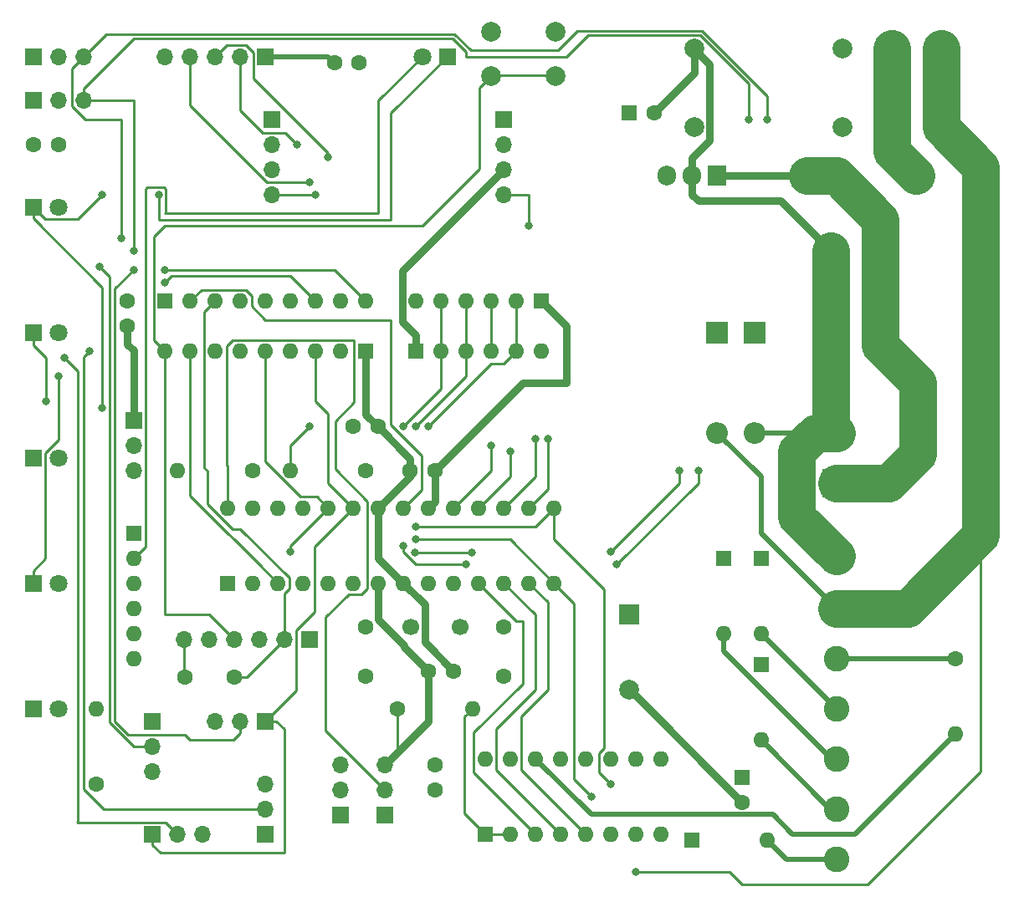
<source format=gbr>
G04 #@! TF.GenerationSoftware,KiCad,Pcbnew,(5.1.9)-1*
G04 #@! TF.CreationDate,2021-04-09T18:55:09-07:00*
G04 #@! TF.ProjectId,DSAMKVID,4453414d-4b56-4494-942e-6b696361645f,rev?*
G04 #@! TF.SameCoordinates,Original*
G04 #@! TF.FileFunction,Copper,L2,Bot*
G04 #@! TF.FilePolarity,Positive*
%FSLAX46Y46*%
G04 Gerber Fmt 4.6, Leading zero omitted, Abs format (unit mm)*
G04 Created by KiCad (PCBNEW (5.1.9)-1) date 2021-04-09 18:55:09*
%MOMM*%
%LPD*%
G01*
G04 APERTURE LIST*
G04 #@! TA.AperFunction,ComponentPad*
%ADD10C,2.600000*%
G04 #@! TD*
G04 #@! TA.AperFunction,ComponentPad*
%ADD11R,2.600000X2.600000*%
G04 #@! TD*
G04 #@! TA.AperFunction,ComponentPad*
%ADD12O,1.600000X1.600000*%
G04 #@! TD*
G04 #@! TA.AperFunction,ComponentPad*
%ADD13R,1.600000X1.600000*%
G04 #@! TD*
G04 #@! TA.AperFunction,ComponentPad*
%ADD14C,1.600000*%
G04 #@! TD*
G04 #@! TA.AperFunction,ComponentPad*
%ADD15C,3.000000*%
G04 #@! TD*
G04 #@! TA.AperFunction,ComponentPad*
%ADD16R,3.000000X3.000000*%
G04 #@! TD*
G04 #@! TA.AperFunction,ComponentPad*
%ADD17C,1.800000*%
G04 #@! TD*
G04 #@! TA.AperFunction,ComponentPad*
%ADD18R,1.800000X1.800000*%
G04 #@! TD*
G04 #@! TA.AperFunction,ComponentPad*
%ADD19R,1.700000X1.700000*%
G04 #@! TD*
G04 #@! TA.AperFunction,ComponentPad*
%ADD20O,1.700000X1.700000*%
G04 #@! TD*
G04 #@! TA.AperFunction,ComponentPad*
%ADD21C,2.000000*%
G04 #@! TD*
G04 #@! TA.AperFunction,ComponentPad*
%ADD22R,2.000000X2.000000*%
G04 #@! TD*
G04 #@! TA.AperFunction,ComponentPad*
%ADD23C,1.700000*%
G04 #@! TD*
G04 #@! TA.AperFunction,ComponentPad*
%ADD24R,2.200000X2.200000*%
G04 #@! TD*
G04 #@! TA.AperFunction,ComponentPad*
%ADD25O,2.200000X2.200000*%
G04 #@! TD*
G04 #@! TA.AperFunction,ComponentPad*
%ADD26R,1.905000X2.000000*%
G04 #@! TD*
G04 #@! TA.AperFunction,ComponentPad*
%ADD27O,1.905000X2.000000*%
G04 #@! TD*
G04 #@! TA.AperFunction,ViaPad*
%ADD28C,0.800000*%
G04 #@! TD*
G04 #@! TA.AperFunction,Conductor*
%ADD29C,0.762000*%
G04 #@! TD*
G04 #@! TA.AperFunction,Conductor*
%ADD30C,3.810000*%
G04 #@! TD*
G04 #@! TA.AperFunction,Conductor*
%ADD31C,0.508000*%
G04 #@! TD*
G04 #@! TA.AperFunction,Conductor*
%ADD32C,0.254000*%
G04 #@! TD*
G04 #@! TA.AperFunction,Conductor*
%ADD33C,0.250000*%
G04 #@! TD*
G04 APERTURE END LIST*
D10*
X181610000Y-137795000D03*
X181610000Y-132715000D03*
X181610000Y-127635000D03*
X181610000Y-122555000D03*
X181610000Y-117475000D03*
X181610000Y-112395000D03*
D11*
X181610000Y-107315000D03*
D12*
X139065000Y-81280000D03*
X141605000Y-81280000D03*
X144145000Y-81280000D03*
X146685000Y-81280000D03*
X149225000Y-81280000D03*
D13*
X151765000Y-81280000D03*
D12*
X151765000Y-86360000D03*
X149225000Y-86360000D03*
X146685000Y-86360000D03*
X144145000Y-86360000D03*
X141605000Y-86360000D03*
D13*
X139065000Y-86360000D03*
D14*
X115650000Y-119380000D03*
X120650000Y-119380000D03*
X109855000Y-83780000D03*
X109855000Y-81280000D03*
X135215000Y-93980000D03*
X132715000Y-93980000D03*
X100370000Y-65405000D03*
X102870000Y-65405000D03*
X133310000Y-57150000D03*
X130810000Y-57150000D03*
X142835000Y-118745000D03*
X140335000Y-118745000D03*
X140970000Y-130770000D03*
X140970000Y-128270000D03*
X138470000Y-98425000D03*
X140970000Y-98425000D03*
D15*
X181610000Y-94615000D03*
D16*
X181610000Y-99695000D03*
D13*
X120015000Y-109855000D03*
D12*
X153035000Y-102235000D03*
X122555000Y-109855000D03*
X150495000Y-102235000D03*
X125095000Y-109855000D03*
X147955000Y-102235000D03*
X127635000Y-109855000D03*
X145415000Y-102235000D03*
X130175000Y-109855000D03*
X142875000Y-102235000D03*
X132715000Y-109855000D03*
X140335000Y-102235000D03*
X135255000Y-109855000D03*
X137795000Y-102235000D03*
X137795000Y-109855000D03*
X135255000Y-102235000D03*
X140335000Y-109855000D03*
X132715000Y-102235000D03*
X142875000Y-109855000D03*
X130175000Y-102235000D03*
X145415000Y-109855000D03*
X127635000Y-102235000D03*
X147955000Y-109855000D03*
X125095000Y-102235000D03*
X150495000Y-109855000D03*
X122555000Y-102235000D03*
X153035000Y-109855000D03*
X120015000Y-102235000D03*
D17*
X102870000Y-84455000D03*
D18*
X100330000Y-84455000D03*
D19*
X110490000Y-93345000D03*
D20*
X110490000Y-95885000D03*
X110490000Y-98425000D03*
D12*
X144780000Y-122555000D03*
D14*
X137160000Y-122555000D03*
D20*
X147955000Y-70485000D03*
X147955000Y-67945000D03*
X147955000Y-65405000D03*
D19*
X147955000Y-62865000D03*
D20*
X124460000Y-70485000D03*
X124460000Y-67945000D03*
X124460000Y-65405000D03*
D19*
X124460000Y-62865000D03*
D13*
X110490000Y-104775000D03*
D12*
X110490000Y-107315000D03*
X110490000Y-109855000D03*
X110490000Y-112395000D03*
X110490000Y-114935000D03*
X110490000Y-117475000D03*
X193675000Y-125095000D03*
D14*
X193675000Y-117475000D03*
D12*
X113665000Y-86360000D03*
X116205000Y-86360000D03*
X118745000Y-86360000D03*
X121285000Y-86360000D03*
X123825000Y-86360000D03*
X126365000Y-86360000D03*
X128905000Y-86360000D03*
X131445000Y-86360000D03*
D13*
X133985000Y-86360000D03*
D21*
X160655000Y-120630000D03*
D22*
X160655000Y-113030000D03*
D12*
X126365000Y-98425000D03*
D14*
X133985000Y-98425000D03*
D12*
X133985000Y-81280000D03*
X131445000Y-81280000D03*
X128905000Y-81280000D03*
X126365000Y-81280000D03*
X123825000Y-81280000D03*
X121285000Y-81280000D03*
X118745000Y-81280000D03*
X116205000Y-81280000D03*
D13*
X113665000Y-81280000D03*
D12*
X170180000Y-114935000D03*
D13*
X170180000Y-107315000D03*
D12*
X173990000Y-114935000D03*
D13*
X173990000Y-107315000D03*
D20*
X123825000Y-130175000D03*
X123825000Y-132715000D03*
D19*
X123825000Y-135255000D03*
D20*
X117475000Y-135255000D03*
X114935000Y-135255000D03*
D19*
X112395000Y-135255000D03*
D20*
X112395000Y-128905000D03*
X112395000Y-126365000D03*
D19*
X112395000Y-123825000D03*
D20*
X118745000Y-123825000D03*
X121285000Y-123825000D03*
D19*
X123825000Y-123825000D03*
D20*
X135890000Y-128270000D03*
X135890000Y-130810000D03*
D19*
X135890000Y-133350000D03*
D20*
X131445000Y-128270000D03*
X131445000Y-130810000D03*
D19*
X131445000Y-133350000D03*
D20*
X105410000Y-60960000D03*
X102870000Y-60960000D03*
D19*
X100330000Y-60960000D03*
D20*
X105410000Y-56515000D03*
X102870000Y-56515000D03*
D19*
X100330000Y-56515000D03*
D23*
X143510000Y-114300000D03*
X138510000Y-114300000D03*
D13*
X146050000Y-135255000D03*
D12*
X163830000Y-127635000D03*
X148590000Y-135255000D03*
X161290000Y-127635000D03*
X151130000Y-135255000D03*
X158750000Y-127635000D03*
X153670000Y-135255000D03*
X156210000Y-127635000D03*
X156210000Y-135255000D03*
X153670000Y-127635000D03*
X158750000Y-135255000D03*
X151130000Y-127635000D03*
X161290000Y-135255000D03*
X148590000Y-127635000D03*
X163830000Y-135255000D03*
X146050000Y-127635000D03*
D13*
X172085000Y-129540000D03*
D14*
X172085000Y-132040000D03*
D21*
X153185000Y-53975000D03*
X153185000Y-58475000D03*
X146685000Y-53975000D03*
X146685000Y-58475000D03*
D14*
X147955000Y-119300000D03*
X147955000Y-114300000D03*
X133985000Y-114300000D03*
X133985000Y-119300000D03*
D22*
X186055000Y-76200000D03*
D21*
X181055000Y-76200000D03*
D14*
X163155000Y-62230000D03*
D13*
X160655000Y-62230000D03*
D18*
X100330000Y-71755000D03*
D17*
X102870000Y-71755000D03*
X102870000Y-97155000D03*
D18*
X100330000Y-97155000D03*
X100330000Y-109855000D03*
D17*
X102870000Y-109855000D03*
D18*
X100330000Y-122555000D03*
D17*
X102870000Y-122555000D03*
D24*
X169545000Y-84455000D03*
D25*
X169545000Y-94615000D03*
X173355000Y-94615000D03*
D24*
X173355000Y-84455000D03*
D12*
X174625000Y-135890000D03*
D13*
X167005000Y-135890000D03*
X173990000Y-118110000D03*
D12*
X173990000Y-125730000D03*
D19*
X123825000Y-56515000D03*
D20*
X121285000Y-56515000D03*
X118745000Y-56515000D03*
X116205000Y-56515000D03*
X113665000Y-56515000D03*
D21*
X167205000Y-55690000D03*
X167205000Y-63690000D03*
X182205000Y-55690000D03*
X182205000Y-63690000D03*
X187205000Y-55690000D03*
X187205000Y-63690000D03*
X192205000Y-55690000D03*
X192205000Y-63690000D03*
D14*
X122555000Y-98425000D03*
D12*
X114935000Y-98425000D03*
X106680000Y-122555000D03*
D14*
X106680000Y-130175000D03*
D26*
X169545000Y-68580000D03*
D27*
X167005000Y-68580000D03*
X164465000Y-68580000D03*
D19*
X128270000Y-115570000D03*
D20*
X125730000Y-115570000D03*
X123190000Y-115570000D03*
X120650000Y-115570000D03*
X118110000Y-115570000D03*
X115570000Y-115570000D03*
D18*
X142240000Y-56515000D03*
D17*
X139700000Y-56515000D03*
D21*
X189650000Y-68580000D03*
X178650000Y-68580000D03*
D28*
X128270000Y-93980000D03*
X101600000Y-91440000D03*
X148590000Y-96520000D03*
X151130000Y-95250000D03*
X102870000Y-88900000D03*
X102870000Y-88900000D03*
X152400000Y-95250000D03*
X161290000Y-139065000D03*
X127000000Y-65405000D03*
X126365000Y-106680000D03*
X174625000Y-62865000D03*
X167640000Y-98425000D03*
X109220000Y-74930000D03*
X137795000Y-106045000D03*
X144145000Y-107950000D03*
X159385000Y-107950000D03*
X172720000Y-62865000D03*
X165735000Y-98425000D03*
X110490000Y-76200000D03*
X138972999Y-106772001D03*
X144687999Y-106772001D03*
X158750000Y-106680000D03*
X139065000Y-104140000D03*
X158750000Y-130175000D03*
X139065000Y-105410000D03*
X156845000Y-131445000D03*
X107315000Y-92075000D03*
X146685000Y-95885000D03*
X107315000Y-70485000D03*
X113030000Y-70485000D03*
X130175000Y-66675000D03*
X139065000Y-93980000D03*
X128905000Y-70485000D03*
X150495000Y-73660000D03*
X140335000Y-93980000D03*
X103505000Y-86995000D03*
X128270000Y-69215000D03*
X113665000Y-78105000D03*
X110490000Y-78105000D03*
X137795000Y-93980000D03*
X112395000Y-126365000D03*
X106997500Y-77787500D03*
X113665000Y-79375000D03*
X106045000Y-86360000D03*
D29*
X167005000Y-68121698D02*
X167005000Y-68580000D01*
X168204999Y-56689999D02*
X167205000Y-55690000D01*
X168786001Y-65036999D02*
X168786001Y-57271001D01*
X167005000Y-66818000D02*
X168786001Y-65036999D01*
X168786001Y-57271001D02*
X168204999Y-56689999D01*
X167005000Y-68580000D02*
X167005000Y-66818000D01*
X167205000Y-58180000D02*
X163155000Y-62230000D01*
X167205000Y-55690000D02*
X167205000Y-58180000D01*
D30*
X177599990Y-103074990D02*
X181610000Y-107085000D01*
X179488680Y-94615000D02*
X177599990Y-96503690D01*
X177599990Y-96503690D02*
X177599990Y-103074990D01*
X181610000Y-94615000D02*
X179488680Y-94615000D01*
D31*
X181610000Y-94615000D02*
X173355000Y-94615000D01*
D29*
X172065000Y-132040000D02*
X172085000Y-132040000D01*
X135255000Y-107315000D02*
X137795000Y-109855000D01*
X135255000Y-102235000D02*
X135255000Y-107315000D01*
X139941001Y-115811001D02*
X142875000Y-118745000D01*
X139941001Y-112001001D02*
X139941001Y-115811001D01*
X137795000Y-109855000D02*
X139941001Y-112001001D01*
X138510000Y-98980000D02*
X135255000Y-102235000D01*
X138510000Y-98425000D02*
X138510000Y-98980000D01*
X133985000Y-86360000D02*
X133985000Y-91995000D01*
X139065000Y-76835000D02*
X147955000Y-67945000D01*
X110490000Y-86280000D02*
X110490000Y-93345000D01*
D30*
X181055000Y-94060000D02*
X181610000Y-94615000D01*
X181055000Y-76200000D02*
X181055000Y-94060000D01*
D29*
X181055000Y-76200000D02*
X175975000Y-71120000D01*
X175975000Y-71120000D02*
X167640000Y-71120000D01*
X167640000Y-71120000D02*
X167005000Y-70485000D01*
X167005000Y-70485000D02*
X167005000Y-68580000D01*
X133985000Y-92750000D02*
X133985000Y-91995000D01*
X135215000Y-93980000D02*
X133985000Y-92750000D01*
X138470000Y-97235000D02*
X135215000Y-93980000D01*
X138470000Y-98425000D02*
X138470000Y-97235000D01*
X109855000Y-85645000D02*
X110490000Y-86280000D01*
X109855000Y-83780000D02*
X109855000Y-85645000D01*
X137683999Y-78216001D02*
X139065000Y-76835000D01*
X137683999Y-83342722D02*
X137683999Y-78216001D01*
X139065000Y-84723723D02*
X137683999Y-83342722D01*
X139065000Y-86360000D02*
X139065000Y-84723723D01*
X160675000Y-120630000D02*
X160655000Y-120630000D01*
X172085000Y-132040000D02*
X160675000Y-120630000D01*
D30*
X178650000Y-68580000D02*
X181610000Y-68580000D01*
X186055000Y-73025000D02*
X186055000Y-76200000D01*
X181610000Y-68580000D02*
X186055000Y-73025000D01*
X186055000Y-76200000D02*
X186055000Y-85725000D01*
X186055000Y-85725000D02*
X189865000Y-89535000D01*
X186920000Y-99695000D02*
X181610000Y-99695000D01*
X189865000Y-96750000D02*
X186920000Y-99695000D01*
X189865000Y-89535000D02*
X189865000Y-96750000D01*
D29*
X178650000Y-68580000D02*
X169545000Y-68580000D01*
X135255000Y-113526118D02*
X137875000Y-116146118D01*
X135255000Y-109855000D02*
X135255000Y-113526118D01*
X139096001Y-125063999D02*
X135890000Y-128270000D01*
D32*
X137160000Y-127000000D02*
X135890000Y-128270000D01*
X137160000Y-122555000D02*
X137160000Y-127000000D01*
D29*
X140970000Y-98425000D02*
X140970000Y-101600000D01*
X140970000Y-101600000D02*
X140335000Y-102235000D01*
X137875000Y-116285000D02*
X140335000Y-118745000D01*
X137875000Y-116146118D02*
X137875000Y-116285000D01*
X140335000Y-123825000D02*
X139096001Y-125063999D01*
X140335000Y-118745000D02*
X140335000Y-123825000D01*
D31*
X130175000Y-56515000D02*
X130810000Y-57150000D01*
X123825000Y-56515000D02*
X130175000Y-56515000D01*
D29*
X154305000Y-83820000D02*
X151765000Y-81280000D01*
X154305000Y-89535000D02*
X154305000Y-83820000D01*
X149860000Y-89535000D02*
X154305000Y-89535000D01*
X140970000Y-98425000D02*
X149860000Y-89535000D01*
D32*
X126365000Y-98425000D02*
X126365000Y-95885000D01*
X126365000Y-95885000D02*
X128270000Y-93980000D01*
X128270000Y-93980000D02*
X128270000Y-93980000D01*
D33*
X101600000Y-91440000D02*
X101600000Y-86995000D01*
X101600000Y-86995000D02*
X100330000Y-85725000D01*
X100330000Y-85725000D02*
X100330000Y-84455000D01*
D32*
X148590000Y-99060000D02*
X145415000Y-102235000D01*
X148590000Y-96520000D02*
X148590000Y-99060000D01*
X151130000Y-99060000D02*
X147955000Y-102235000D01*
X151130000Y-95250000D02*
X151130000Y-99060000D01*
X101557001Y-96652037D02*
X101557001Y-107357999D01*
X102870000Y-95339038D02*
X101557001Y-96652037D01*
X101557001Y-107357999D02*
X100330000Y-108585000D01*
X100330000Y-108585000D02*
X100330000Y-109855000D01*
X102870000Y-95339038D02*
X102870000Y-92075000D01*
X102870000Y-92075000D02*
X102870000Y-88900000D01*
X102870000Y-88900000D02*
X102870000Y-88900000D01*
X102870000Y-88900000D02*
X102870000Y-88900000D01*
X150495000Y-102235000D02*
X152400000Y-100330000D01*
X152400000Y-100330000D02*
X152400000Y-95250000D01*
X152400000Y-95250000D02*
X152400000Y-95250000D01*
D30*
X192205000Y-55690000D02*
X192205000Y-63690000D01*
X185420000Y-112395000D02*
X181610000Y-112395000D01*
X188811320Y-112395000D02*
X185420000Y-112395000D01*
D31*
X181610000Y-112395000D02*
X173990000Y-104775000D01*
X173990000Y-99060000D02*
X169545000Y-94615000D01*
X173990000Y-104775000D02*
X173990000Y-99060000D01*
D32*
X161290000Y-139065000D02*
X161290000Y-139065000D01*
D30*
X192205000Y-63690000D02*
X196215000Y-67700000D01*
X196215000Y-104991320D02*
X188811320Y-112395000D01*
X196215000Y-67700000D02*
X196215000Y-104991320D01*
D32*
X170815000Y-139065000D02*
X161290000Y-139065000D01*
X172085000Y-140335000D02*
X170815000Y-139065000D01*
X196215000Y-128905000D02*
X184785000Y-140335000D01*
X184785000Y-140335000D02*
X172085000Y-140335000D01*
X196215000Y-104991320D02*
X196215000Y-128905000D01*
D31*
X176530000Y-137795000D02*
X174625000Y-135890000D01*
X181610000Y-137795000D02*
X176530000Y-137795000D01*
X180975000Y-132715000D02*
X181610000Y-132715000D01*
X173990000Y-125730000D02*
X180975000Y-132715000D01*
D30*
X187205000Y-55690000D02*
X187205000Y-63690000D01*
X187205000Y-66135000D02*
X189650000Y-68580000D01*
X187205000Y-63690000D02*
X187205000Y-66135000D01*
D32*
X123534397Y-64227999D02*
X125822999Y-64227999D01*
X121285000Y-61978602D02*
X123534397Y-64227999D01*
X121285000Y-56515000D02*
X121285000Y-61978602D01*
X125822999Y-64227999D02*
X127000000Y-65405000D01*
X127000000Y-65405000D02*
X127000000Y-65405000D01*
X129047999Y-101107999D02*
X130175000Y-102235000D01*
X127380037Y-101107999D02*
X129047999Y-101107999D01*
X123825000Y-97552962D02*
X127380037Y-101107999D01*
X123825000Y-86360000D02*
X123825000Y-97552962D01*
X130175000Y-102235000D02*
X126365000Y-106045000D01*
X126365000Y-106045000D02*
X126365000Y-106680000D01*
X126365000Y-106680000D02*
X126365000Y-106680000D01*
D31*
X181610000Y-117475000D02*
X193675000Y-117475000D01*
D33*
X153035000Y-58420000D02*
X146535000Y-58420000D01*
D32*
X146685000Y-58475000D02*
X146630000Y-58475000D01*
X145470000Y-59690000D02*
X146685000Y-58475000D01*
X139700000Y-73660000D02*
X145470000Y-67890000D01*
X145470000Y-67890000D02*
X145470000Y-59690000D01*
X113665000Y-73660000D02*
X139700000Y-73660000D01*
X112537999Y-74787001D02*
X113665000Y-73660000D01*
X112537999Y-85232999D02*
X112537999Y-74787001D01*
X113665000Y-86360000D02*
X112537999Y-85232999D01*
X113665000Y-86360000D02*
X113665000Y-113030000D01*
X118110000Y-113030000D02*
X120650000Y-115570000D01*
X113665000Y-113030000D02*
X118110000Y-113030000D01*
D31*
X156789001Y-133294001D02*
X151130000Y-127635000D01*
X175204001Y-133294001D02*
X156789001Y-133294001D01*
X177165000Y-135255000D02*
X175204001Y-133294001D01*
X183515000Y-135255000D02*
X177165000Y-135255000D01*
X193675000Y-125095000D02*
X183515000Y-135255000D01*
D32*
X149717001Y-128762001D02*
X149717001Y-123332999D01*
X156210000Y-135255000D02*
X149717001Y-128762001D01*
X149717001Y-123332999D02*
X152400000Y-120650000D01*
X152400000Y-111760000D02*
X150495000Y-109855000D01*
X152400000Y-120650000D02*
X152400000Y-111760000D01*
X147177001Y-128762001D02*
X147177001Y-124602999D01*
X153670000Y-135255000D02*
X147177001Y-128762001D01*
X147177001Y-124602999D02*
X151130000Y-120650000D01*
X151130000Y-113030000D02*
X147955000Y-109855000D01*
X151130000Y-120650000D02*
X151130000Y-113030000D01*
X149225000Y-113665000D02*
X145415000Y-109855000D01*
X149860000Y-113665000D02*
X149225000Y-113665000D01*
X144922999Y-124952001D02*
X149860000Y-120015000D01*
X149860000Y-120015000D02*
X149860000Y-113665000D01*
X144922999Y-129047999D02*
X144922999Y-124952001D01*
X151130000Y-135255000D02*
X144922999Y-129047999D01*
X116205000Y-86360000D02*
X116205000Y-100965000D01*
X116205000Y-100965000D02*
X117475000Y-102235000D01*
X123190000Y-107950000D02*
X125095000Y-109855000D01*
X123190000Y-107950000D02*
X120650000Y-105410000D01*
X120650000Y-105410000D02*
X120015000Y-104775000D01*
X120015000Y-104775000D02*
X117475000Y-102235000D01*
D33*
X106259999Y-55665001D02*
X105410000Y-56515000D01*
X107697091Y-54227909D02*
X106259999Y-55665001D01*
X142974321Y-54227909D02*
X107697091Y-54227909D01*
X153437793Y-55848597D02*
X144595009Y-55848597D01*
X144595009Y-55848597D02*
X142974321Y-54227909D01*
X168027401Y-53914989D02*
X155371401Y-53914989D01*
X174625000Y-60512588D02*
X168027401Y-53914989D01*
X174625000Y-62865000D02*
X174625000Y-60512588D01*
X155371401Y-53914989D02*
X153437793Y-55848597D01*
D32*
X104232999Y-61524961D02*
X105573038Y-62865000D01*
X104232999Y-57692001D02*
X104232999Y-61524961D01*
X105410000Y-56515000D02*
X104232999Y-57692001D01*
X105573038Y-62865000D02*
X109220000Y-62865000D01*
X109220000Y-62865000D02*
X109220000Y-74930000D01*
X109220000Y-74930000D02*
X109220000Y-74930000D01*
X137795000Y-106669964D02*
X139075036Y-107950000D01*
X137795000Y-106045000D02*
X137795000Y-106669964D01*
X139075036Y-107950000D02*
X144145000Y-107950000D01*
X167640000Y-98425000D02*
X167640000Y-99695000D01*
X167640000Y-99695000D02*
X159385000Y-107950000D01*
X144145000Y-107950000D02*
X144145000Y-107950000D01*
X159385000Y-107950000D02*
X159385000Y-107950000D01*
D33*
X105410000Y-59757919D02*
X110490000Y-54677919D01*
X105410000Y-60960000D02*
X105410000Y-59757919D01*
X167841001Y-54364999D02*
X162805001Y-54364999D01*
X172720000Y-62865000D02*
X172720000Y-59243998D01*
X172720000Y-59243998D02*
X167841001Y-54364999D01*
X153035000Y-56515000D02*
X144145000Y-56515000D01*
X142787921Y-54677919D02*
X110490000Y-54677919D01*
X144145000Y-56034998D02*
X142787921Y-54677919D01*
X144145000Y-56515000D02*
X144145000Y-56034998D01*
D32*
X153035000Y-56515000D02*
X154305000Y-56515000D01*
X156453001Y-54366999D02*
X162805001Y-54366999D01*
X154305000Y-56515000D02*
X156453001Y-54366999D01*
X105410000Y-60960000D02*
X110490000Y-60960000D01*
X110490000Y-60960000D02*
X110490000Y-76200000D01*
X110490000Y-76200000D02*
X110490000Y-76200000D01*
X138972999Y-106772001D02*
X144687999Y-106772001D01*
X165735000Y-98425000D02*
X165735000Y-99695000D01*
X165735000Y-99695000D02*
X158750000Y-106680000D01*
X144687999Y-106772001D02*
X144687999Y-106772001D01*
X158750000Y-106680000D02*
X158750000Y-106680000D01*
X153053007Y-102253007D02*
X153035000Y-102235000D01*
X151130000Y-104140000D02*
X153035000Y-102235000D01*
X139065000Y-104140000D02*
X151130000Y-104140000D01*
X153035000Y-102235000D02*
X153035000Y-105410000D01*
X153035000Y-105410000D02*
X158115000Y-110490000D01*
X157622999Y-127094039D02*
X157622999Y-129047999D01*
X158115000Y-126602038D02*
X157622999Y-127094039D01*
X158115000Y-110490000D02*
X158115000Y-126602038D01*
X157622999Y-129047999D02*
X158750000Y-130175000D01*
X158750000Y-130175000D02*
X158750000Y-130175000D01*
X148590000Y-105410000D02*
X153035000Y-109855000D01*
X139065000Y-105410000D02*
X148590000Y-105410000D01*
X155082999Y-129682999D02*
X155082999Y-111902999D01*
X155082999Y-111902999D02*
X153035000Y-109855000D01*
X156845000Y-131445000D02*
X156845000Y-131445000D01*
X156845000Y-131445000D02*
X155082999Y-129682999D01*
X135255000Y-60960000D02*
X139700000Y-56515000D01*
X113665000Y-72390000D02*
X135255000Y-72390000D01*
X111852001Y-69757999D02*
X113572999Y-69757999D01*
X111667001Y-69942999D02*
X111852001Y-69757999D01*
X113572999Y-69757999D02*
X113757001Y-69942001D01*
X111667001Y-106137999D02*
X111667001Y-69942999D01*
X135255000Y-72390000D02*
X135255000Y-60960000D01*
X110490000Y-107315000D02*
X111667001Y-106137999D01*
X113757001Y-72297999D02*
X113665000Y-72390000D01*
X113757001Y-69942001D02*
X113757001Y-72297999D01*
D33*
X100330000Y-72905000D02*
X107315000Y-79890000D01*
X100330000Y-71755000D02*
X100330000Y-72905000D01*
X107315000Y-79890000D02*
X107315000Y-91984999D01*
D32*
X101557001Y-72982001D02*
X104817999Y-72982001D01*
X100330000Y-71755000D02*
X101557001Y-72982001D01*
X104817999Y-72982001D02*
X107315000Y-70485000D01*
X107315000Y-70485000D02*
X107315000Y-70485000D01*
X113030000Y-70485000D02*
X113030000Y-70485000D01*
X142240000Y-56515000D02*
X136525000Y-62230000D01*
X136525000Y-62230000D02*
X136525000Y-73025000D01*
X136525000Y-73025000D02*
X113030000Y-73025000D01*
X113030000Y-73025000D02*
X113030000Y-70485000D01*
X146685000Y-98425000D02*
X142875000Y-102235000D01*
X146685000Y-95885000D02*
X146685000Y-98425000D01*
X115570000Y-119300000D02*
X115650000Y-119380000D01*
X115570000Y-115570000D02*
X115570000Y-119300000D01*
X121920000Y-119380000D02*
X120650000Y-119380000D01*
X125730000Y-115570000D02*
X121920000Y-119380000D01*
X126222001Y-109314039D02*
X126222001Y-110395961D01*
X121285000Y-104377038D02*
X126222001Y-109314039D01*
X117617999Y-82407001D02*
X117617999Y-98170037D01*
X118745000Y-81280000D02*
X117617999Y-82407001D01*
X120489076Y-104377038D02*
X121285000Y-104377038D01*
X117929009Y-101816971D02*
X120489076Y-104377038D01*
X117929009Y-98481047D02*
X117929009Y-101816971D01*
X117617999Y-98170037D02*
X117929009Y-98481047D01*
X125730000Y-110887962D02*
X126222001Y-110395961D01*
X125730000Y-115570000D02*
X125730000Y-110887962D01*
D31*
X173990000Y-114935000D02*
X181610000Y-122555000D01*
X170180000Y-116717202D02*
X181097798Y-127635000D01*
X181097798Y-127635000D02*
X181610000Y-127635000D01*
X170180000Y-114935000D02*
X170180000Y-116717202D01*
D32*
X122647999Y-56136037D02*
X122647999Y-58764397D01*
X121849961Y-55337999D02*
X122647999Y-56136037D01*
X119922001Y-55337999D02*
X121849961Y-55337999D01*
X122647999Y-58764397D02*
X130175000Y-66291398D01*
X118745000Y-56515000D02*
X119922001Y-55337999D01*
X130175000Y-66291398D02*
X130175000Y-66675000D01*
X130175000Y-66675000D02*
X130175000Y-66675000D01*
X146685000Y-81280000D02*
X146685000Y-86360000D01*
X136525000Y-88265000D02*
X136525000Y-88265000D01*
X121825961Y-80152999D02*
X117332001Y-80152999D01*
X122412001Y-80739039D02*
X121825961Y-80152999D01*
X123825000Y-83185000D02*
X122412001Y-81772001D01*
X136525000Y-83185000D02*
X123825000Y-83185000D01*
X136525000Y-93785962D02*
X136525000Y-83185000D01*
X122412001Y-81772001D02*
X122412001Y-80739039D01*
X139637001Y-96897963D02*
X136525000Y-93785962D01*
X139637001Y-100392999D02*
X139637001Y-96897963D01*
X117332001Y-80152999D02*
X116205000Y-81280000D01*
X137795000Y-102235000D02*
X139637001Y-100392999D01*
X139065000Y-93980000D02*
X144145000Y-88900000D01*
X144145000Y-88900000D02*
X144145000Y-86360000D01*
X124460000Y-70485000D02*
X128905000Y-70485000D01*
X144145000Y-81280000D02*
X144145000Y-86360000D01*
X140335000Y-93980000D02*
X146685000Y-87630000D01*
X147955000Y-87630000D02*
X146685000Y-87630000D01*
X149225000Y-86360000D02*
X147955000Y-87630000D01*
D33*
X147955000Y-70485000D02*
X150495000Y-70485000D01*
X150495000Y-70485000D02*
X150495000Y-72934999D01*
X150495000Y-72934999D02*
X150495000Y-73660000D01*
D32*
X149225000Y-81280000D02*
X149225000Y-86360000D01*
X143980001Y-133185001D02*
X146050000Y-135255000D01*
X143980001Y-123354999D02*
X143980001Y-133185001D01*
X144780000Y-122555000D02*
X143980001Y-123354999D01*
X148590000Y-135255000D02*
X146050000Y-135255000D01*
X113757999Y-134077999D02*
X114935000Y-135255000D01*
X104867999Y-134077999D02*
X113757999Y-134077999D01*
X104775000Y-133985000D02*
X104867999Y-134077999D01*
X104867999Y-88357999D02*
X103505000Y-86995000D01*
X104867999Y-134077999D02*
X104867999Y-88357999D01*
X124929000Y-123825000D02*
X123825000Y-123825000D01*
X112395000Y-135255000D02*
X112395000Y-136359000D01*
X125730000Y-124626000D02*
X124929000Y-123825000D01*
X112395000Y-136359000D02*
X113196000Y-137160000D01*
X113196000Y-137160000D02*
X125730000Y-137160000D01*
X125730000Y-137160000D02*
X125730000Y-124626000D01*
X126907001Y-120742999D02*
X123825000Y-123825000D01*
X126907001Y-114644397D02*
X126907001Y-120742999D01*
X128762001Y-106187999D02*
X128762001Y-112789397D01*
X128762001Y-112789397D02*
X126907001Y-114644397D01*
X132715000Y-102235000D02*
X128762001Y-106187999D01*
X116205000Y-61431962D02*
X123988038Y-69215000D01*
X116205000Y-56515000D02*
X116205000Y-61431962D01*
X123988038Y-69215000D02*
X128270000Y-69215000D01*
X128270000Y-69215000D02*
X128270000Y-69215000D01*
X128905000Y-86360000D02*
X128905000Y-91440000D01*
X128905000Y-91440000D02*
X130175000Y-92710000D01*
X130175000Y-99695000D02*
X132715000Y-102235000D01*
X130175000Y-92710000D02*
X130175000Y-99695000D01*
X121285000Y-125027081D02*
X120582081Y-125730000D01*
X121285000Y-123825000D02*
X121285000Y-125027081D01*
X120582081Y-125730000D02*
X116205000Y-125730000D01*
X115662999Y-125187999D02*
X109947999Y-125187999D01*
X116205000Y-125730000D02*
X115662999Y-125187999D01*
X109947999Y-125187999D02*
X108585000Y-123825000D01*
X133985000Y-81280000D02*
X130810000Y-78105000D01*
X130810000Y-78105000D02*
X113665000Y-78105000D01*
X113665000Y-78105000D02*
X113665000Y-78105000D01*
X108585000Y-123825000D02*
X108585000Y-80010000D01*
X108585000Y-80010000D02*
X110490000Y-78105000D01*
X110490000Y-78105000D02*
X110490000Y-78105000D01*
X137795000Y-93980000D02*
X141605000Y-90170000D01*
X141605000Y-90170000D02*
X141605000Y-86360000D01*
X135890000Y-130810000D02*
X129901011Y-124821011D01*
X129901011Y-113311055D02*
X132230065Y-110982001D01*
X129901011Y-124821011D02*
X129901011Y-113311055D01*
X132230065Y-110982001D02*
X133541959Y-110982001D01*
X133541959Y-110982001D02*
X134127999Y-110395961D01*
X132792599Y-85232999D02*
X120458041Y-85232999D01*
X134127999Y-110395961D02*
X134127999Y-101554275D01*
X134127999Y-101554275D02*
X130872999Y-98299275D01*
X130872999Y-98299275D02*
X130872999Y-93439039D01*
X132792599Y-91519439D02*
X132792599Y-85232999D01*
X130872999Y-93439039D02*
X132792599Y-91519439D01*
X120458041Y-85232999D02*
X119872001Y-85819039D01*
X119872001Y-85819039D02*
X119872001Y-97884039D01*
X120015000Y-98027038D02*
X119872001Y-97884039D01*
X120015000Y-102235000D02*
X120015000Y-98027038D01*
X141605000Y-81280000D02*
X141605000Y-86360000D01*
X111192919Y-126365000D02*
X112395000Y-126365000D01*
X110482933Y-126365000D02*
X111192919Y-126365000D01*
X108042001Y-123924068D02*
X110482933Y-126365000D01*
X128905000Y-81280000D02*
X126365000Y-78740000D01*
X108042001Y-123924068D02*
X108042001Y-78832001D01*
X108042001Y-78832001D02*
X106997500Y-77787500D01*
X114300000Y-78740000D02*
X113665000Y-79375000D01*
X126365000Y-78740000D02*
X114300000Y-78740000D01*
X123825000Y-132715000D02*
X107466398Y-132715000D01*
X107466398Y-132715000D02*
X105452999Y-130701601D01*
X105452999Y-130701601D02*
X105452999Y-86952001D01*
X105452999Y-86952001D02*
X106045000Y-86360000D01*
X106045000Y-86360000D02*
X106045000Y-86360000D01*
M02*

</source>
